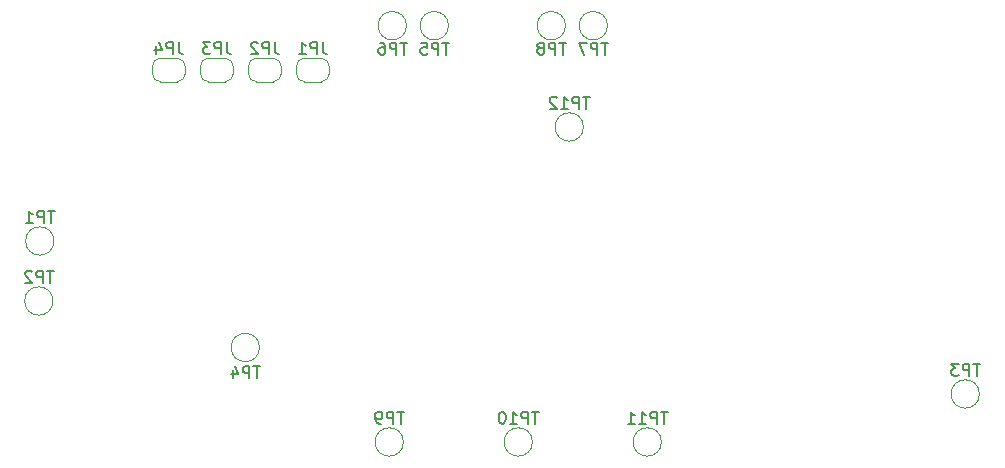
<source format=gbo>
G04 #@! TF.GenerationSoftware,KiCad,Pcbnew,6.0.10-86aedd382b~118~ubuntu18.04.1*
G04 #@! TF.CreationDate,2024-12-06T10:51:47-07:00*
G04 #@! TF.ProjectId,ckt-iiab,636b742d-6969-4616-922e-6b696361645f,rev?*
G04 #@! TF.SameCoordinates,Original*
G04 #@! TF.FileFunction,Legend,Bot*
G04 #@! TF.FilePolarity,Positive*
%FSLAX46Y46*%
G04 Gerber Fmt 4.6, Leading zero omitted, Abs format (unit mm)*
G04 Created by KiCad (PCBNEW 6.0.10-86aedd382b~118~ubuntu18.04.1) date 2024-12-06 10:51:47*
%MOMM*%
%LPD*%
G01*
G04 APERTURE LIST*
%ADD10C,0.150000*%
%ADD11C,0.120000*%
G04 APERTURE END LIST*
D10*
X134484904Y-83042380D02*
X133913476Y-83042380D01*
X134199190Y-84042380D02*
X134199190Y-83042380D01*
X133580142Y-84042380D02*
X133580142Y-83042380D01*
X133199190Y-83042380D01*
X133103952Y-83090000D01*
X133056333Y-83137619D01*
X133008714Y-83232857D01*
X133008714Y-83375714D01*
X133056333Y-83470952D01*
X133103952Y-83518571D01*
X133199190Y-83566190D01*
X133580142Y-83566190D01*
X132675380Y-83042380D02*
X132008714Y-83042380D01*
X132437285Y-84042380D01*
X139533095Y-114294380D02*
X138961666Y-114294380D01*
X139247380Y-115294380D02*
X139247380Y-114294380D01*
X138628333Y-115294380D02*
X138628333Y-114294380D01*
X138247380Y-114294380D01*
X138152142Y-114342000D01*
X138104523Y-114389619D01*
X138056904Y-114484857D01*
X138056904Y-114627714D01*
X138104523Y-114722952D01*
X138152142Y-114770571D01*
X138247380Y-114818190D01*
X138628333Y-114818190D01*
X137104523Y-115294380D02*
X137675952Y-115294380D01*
X137390238Y-115294380D02*
X137390238Y-114294380D01*
X137485476Y-114437238D01*
X137580714Y-114532476D01*
X137675952Y-114580095D01*
X136152142Y-115294380D02*
X136723571Y-115294380D01*
X136437857Y-115294380D02*
X136437857Y-114294380D01*
X136533095Y-114437238D01*
X136628333Y-114532476D01*
X136723571Y-114580095D01*
X128611095Y-114294380D02*
X128039666Y-114294380D01*
X128325380Y-115294380D02*
X128325380Y-114294380D01*
X127706333Y-115294380D02*
X127706333Y-114294380D01*
X127325380Y-114294380D01*
X127230142Y-114342000D01*
X127182523Y-114389619D01*
X127134904Y-114484857D01*
X127134904Y-114627714D01*
X127182523Y-114722952D01*
X127230142Y-114770571D01*
X127325380Y-114818190D01*
X127706333Y-114818190D01*
X126182523Y-115294380D02*
X126753952Y-115294380D01*
X126468238Y-115294380D02*
X126468238Y-114294380D01*
X126563476Y-114437238D01*
X126658714Y-114532476D01*
X126753952Y-114580095D01*
X125563476Y-114294380D02*
X125468238Y-114294380D01*
X125373000Y-114342000D01*
X125325380Y-114389619D01*
X125277761Y-114484857D01*
X125230142Y-114675333D01*
X125230142Y-114913428D01*
X125277761Y-115103904D01*
X125325380Y-115199142D01*
X125373000Y-115246761D01*
X125468238Y-115294380D01*
X125563476Y-115294380D01*
X125658714Y-115246761D01*
X125706333Y-115199142D01*
X125753952Y-115103904D01*
X125801571Y-114913428D01*
X125801571Y-114675333D01*
X125753952Y-114484857D01*
X125706333Y-114389619D01*
X125658714Y-114342000D01*
X125563476Y-114294380D01*
X165980904Y-110230380D02*
X165409476Y-110230380D01*
X165695190Y-111230380D02*
X165695190Y-110230380D01*
X165076142Y-111230380D02*
X165076142Y-110230380D01*
X164695190Y-110230380D01*
X164599952Y-110278000D01*
X164552333Y-110325619D01*
X164504714Y-110420857D01*
X164504714Y-110563714D01*
X164552333Y-110658952D01*
X164599952Y-110706571D01*
X164695190Y-110754190D01*
X165076142Y-110754190D01*
X164171380Y-110230380D02*
X163552333Y-110230380D01*
X163885666Y-110611333D01*
X163742809Y-110611333D01*
X163647571Y-110658952D01*
X163599952Y-110706571D01*
X163552333Y-110801809D01*
X163552333Y-111039904D01*
X163599952Y-111135142D01*
X163647571Y-111182761D01*
X163742809Y-111230380D01*
X164028523Y-111230380D01*
X164123761Y-111182761D01*
X164171380Y-111135142D01*
X106243333Y-82996380D02*
X106243333Y-83710666D01*
X106290952Y-83853523D01*
X106386190Y-83948761D01*
X106529047Y-83996380D01*
X106624285Y-83996380D01*
X105767142Y-83996380D02*
X105767142Y-82996380D01*
X105386190Y-82996380D01*
X105290952Y-83044000D01*
X105243333Y-83091619D01*
X105195714Y-83186857D01*
X105195714Y-83329714D01*
X105243333Y-83424952D01*
X105290952Y-83472571D01*
X105386190Y-83520190D01*
X105767142Y-83520190D01*
X104814761Y-83091619D02*
X104767142Y-83044000D01*
X104671904Y-82996380D01*
X104433809Y-82996380D01*
X104338571Y-83044000D01*
X104290952Y-83091619D01*
X104243333Y-83186857D01*
X104243333Y-83282095D01*
X104290952Y-83424952D01*
X104862380Y-83996380D01*
X104243333Y-83996380D01*
X105020904Y-110450380D02*
X104449476Y-110450380D01*
X104735190Y-111450380D02*
X104735190Y-110450380D01*
X104116142Y-111450380D02*
X104116142Y-110450380D01*
X103735190Y-110450380D01*
X103639952Y-110498000D01*
X103592333Y-110545619D01*
X103544714Y-110640857D01*
X103544714Y-110783714D01*
X103592333Y-110878952D01*
X103639952Y-110926571D01*
X103735190Y-110974190D01*
X104116142Y-110974190D01*
X102687571Y-110783714D02*
X102687571Y-111450380D01*
X102925666Y-110402761D02*
X103163761Y-111117047D01*
X102544714Y-111117047D01*
X110307333Y-82996380D02*
X110307333Y-83710666D01*
X110354952Y-83853523D01*
X110450190Y-83948761D01*
X110593047Y-83996380D01*
X110688285Y-83996380D01*
X109831142Y-83996380D02*
X109831142Y-82996380D01*
X109450190Y-82996380D01*
X109354952Y-83044000D01*
X109307333Y-83091619D01*
X109259714Y-83186857D01*
X109259714Y-83329714D01*
X109307333Y-83424952D01*
X109354952Y-83472571D01*
X109450190Y-83520190D01*
X109831142Y-83520190D01*
X108307333Y-83996380D02*
X108878761Y-83996380D01*
X108593047Y-83996380D02*
X108593047Y-82996380D01*
X108688285Y-83139238D01*
X108783523Y-83234476D01*
X108878761Y-83282095D01*
X130928904Y-83042380D02*
X130357476Y-83042380D01*
X130643190Y-84042380D02*
X130643190Y-83042380D01*
X130024142Y-84042380D02*
X130024142Y-83042380D01*
X129643190Y-83042380D01*
X129547952Y-83090000D01*
X129500333Y-83137619D01*
X129452714Y-83232857D01*
X129452714Y-83375714D01*
X129500333Y-83470952D01*
X129547952Y-83518571D01*
X129643190Y-83566190D01*
X130024142Y-83566190D01*
X128881285Y-83470952D02*
X128976523Y-83423333D01*
X129024142Y-83375714D01*
X129071761Y-83280476D01*
X129071761Y-83232857D01*
X129024142Y-83137619D01*
X128976523Y-83090000D01*
X128881285Y-83042380D01*
X128690809Y-83042380D01*
X128595571Y-83090000D01*
X128547952Y-83137619D01*
X128500333Y-83232857D01*
X128500333Y-83280476D01*
X128547952Y-83375714D01*
X128595571Y-83423333D01*
X128690809Y-83470952D01*
X128881285Y-83470952D01*
X128976523Y-83518571D01*
X129024142Y-83566190D01*
X129071761Y-83661428D01*
X129071761Y-83851904D01*
X129024142Y-83947142D01*
X128976523Y-83994761D01*
X128881285Y-84042380D01*
X128690809Y-84042380D01*
X128595571Y-83994761D01*
X128547952Y-83947142D01*
X128500333Y-83851904D01*
X128500333Y-83661428D01*
X128547952Y-83566190D01*
X128595571Y-83518571D01*
X128690809Y-83470952D01*
X132929095Y-87624380D02*
X132357666Y-87624380D01*
X132643380Y-88624380D02*
X132643380Y-87624380D01*
X132024333Y-88624380D02*
X132024333Y-87624380D01*
X131643380Y-87624380D01*
X131548142Y-87672000D01*
X131500523Y-87719619D01*
X131452904Y-87814857D01*
X131452904Y-87957714D01*
X131500523Y-88052952D01*
X131548142Y-88100571D01*
X131643380Y-88148190D01*
X132024333Y-88148190D01*
X130500523Y-88624380D02*
X131071952Y-88624380D01*
X130786238Y-88624380D02*
X130786238Y-87624380D01*
X130881476Y-87767238D01*
X130976714Y-87862476D01*
X131071952Y-87910095D01*
X130119571Y-87719619D02*
X130071952Y-87672000D01*
X129976714Y-87624380D01*
X129738619Y-87624380D01*
X129643380Y-87672000D01*
X129595761Y-87719619D01*
X129548142Y-87814857D01*
X129548142Y-87910095D01*
X129595761Y-88052952D01*
X130167190Y-88624380D01*
X129548142Y-88624380D01*
X121022904Y-83042380D02*
X120451476Y-83042380D01*
X120737190Y-84042380D02*
X120737190Y-83042380D01*
X120118142Y-84042380D02*
X120118142Y-83042380D01*
X119737190Y-83042380D01*
X119641952Y-83090000D01*
X119594333Y-83137619D01*
X119546714Y-83232857D01*
X119546714Y-83375714D01*
X119594333Y-83470952D01*
X119641952Y-83518571D01*
X119737190Y-83566190D01*
X120118142Y-83566190D01*
X118641952Y-83042380D02*
X119118142Y-83042380D01*
X119165761Y-83518571D01*
X119118142Y-83470952D01*
X119022904Y-83423333D01*
X118784809Y-83423333D01*
X118689571Y-83470952D01*
X118641952Y-83518571D01*
X118594333Y-83613809D01*
X118594333Y-83851904D01*
X118641952Y-83947142D01*
X118689571Y-83994761D01*
X118784809Y-84042380D01*
X119022904Y-84042380D01*
X119118142Y-83994761D01*
X119165761Y-83947142D01*
X102179333Y-82996380D02*
X102179333Y-83710666D01*
X102226952Y-83853523D01*
X102322190Y-83948761D01*
X102465047Y-83996380D01*
X102560285Y-83996380D01*
X101703142Y-83996380D02*
X101703142Y-82996380D01*
X101322190Y-82996380D01*
X101226952Y-83044000D01*
X101179333Y-83091619D01*
X101131714Y-83186857D01*
X101131714Y-83329714D01*
X101179333Y-83424952D01*
X101226952Y-83472571D01*
X101322190Y-83520190D01*
X101703142Y-83520190D01*
X100798380Y-82996380D02*
X100179333Y-82996380D01*
X100512666Y-83377333D01*
X100369809Y-83377333D01*
X100274571Y-83424952D01*
X100226952Y-83472571D01*
X100179333Y-83567809D01*
X100179333Y-83805904D01*
X100226952Y-83901142D01*
X100274571Y-83948761D01*
X100369809Y-83996380D01*
X100655523Y-83996380D01*
X100750761Y-83948761D01*
X100798380Y-83901142D01*
X87621904Y-97276380D02*
X87050476Y-97276380D01*
X87336190Y-98276380D02*
X87336190Y-97276380D01*
X86717142Y-98276380D02*
X86717142Y-97276380D01*
X86336190Y-97276380D01*
X86240952Y-97324000D01*
X86193333Y-97371619D01*
X86145714Y-97466857D01*
X86145714Y-97609714D01*
X86193333Y-97704952D01*
X86240952Y-97752571D01*
X86336190Y-97800190D01*
X86717142Y-97800190D01*
X85193333Y-98276380D02*
X85764761Y-98276380D01*
X85479047Y-98276380D02*
X85479047Y-97276380D01*
X85574285Y-97419238D01*
X85669523Y-97514476D01*
X85764761Y-97562095D01*
X87541904Y-102356380D02*
X86970476Y-102356380D01*
X87256190Y-103356380D02*
X87256190Y-102356380D01*
X86637142Y-103356380D02*
X86637142Y-102356380D01*
X86256190Y-102356380D01*
X86160952Y-102404000D01*
X86113333Y-102451619D01*
X86065714Y-102546857D01*
X86065714Y-102689714D01*
X86113333Y-102784952D01*
X86160952Y-102832571D01*
X86256190Y-102880190D01*
X86637142Y-102880190D01*
X85684761Y-102451619D02*
X85637142Y-102404000D01*
X85541904Y-102356380D01*
X85303809Y-102356380D01*
X85208571Y-102404000D01*
X85160952Y-102451619D01*
X85113333Y-102546857D01*
X85113333Y-102642095D01*
X85160952Y-102784952D01*
X85732380Y-103356380D01*
X85113333Y-103356380D01*
X117466904Y-83042380D02*
X116895476Y-83042380D01*
X117181190Y-84042380D02*
X117181190Y-83042380D01*
X116562142Y-84042380D02*
X116562142Y-83042380D01*
X116181190Y-83042380D01*
X116085952Y-83090000D01*
X116038333Y-83137619D01*
X115990714Y-83232857D01*
X115990714Y-83375714D01*
X116038333Y-83470952D01*
X116085952Y-83518571D01*
X116181190Y-83566190D01*
X116562142Y-83566190D01*
X115133571Y-83042380D02*
X115324047Y-83042380D01*
X115419285Y-83090000D01*
X115466904Y-83137619D01*
X115562142Y-83280476D01*
X115609761Y-83470952D01*
X115609761Y-83851904D01*
X115562142Y-83947142D01*
X115514523Y-83994761D01*
X115419285Y-84042380D01*
X115228809Y-84042380D01*
X115133571Y-83994761D01*
X115085952Y-83947142D01*
X115038333Y-83851904D01*
X115038333Y-83613809D01*
X115085952Y-83518571D01*
X115133571Y-83470952D01*
X115228809Y-83423333D01*
X115419285Y-83423333D01*
X115514523Y-83470952D01*
X115562142Y-83518571D01*
X115609761Y-83613809D01*
X117212904Y-114294380D02*
X116641476Y-114294380D01*
X116927190Y-115294380D02*
X116927190Y-114294380D01*
X116308142Y-115294380D02*
X116308142Y-114294380D01*
X115927190Y-114294380D01*
X115831952Y-114342000D01*
X115784333Y-114389619D01*
X115736714Y-114484857D01*
X115736714Y-114627714D01*
X115784333Y-114722952D01*
X115831952Y-114770571D01*
X115927190Y-114818190D01*
X116308142Y-114818190D01*
X115260523Y-115294380D02*
X115070047Y-115294380D01*
X114974809Y-115246761D01*
X114927190Y-115199142D01*
X114831952Y-115056285D01*
X114784333Y-114865809D01*
X114784333Y-114484857D01*
X114831952Y-114389619D01*
X114879571Y-114342000D01*
X114974809Y-114294380D01*
X115165285Y-114294380D01*
X115260523Y-114342000D01*
X115308142Y-114389619D01*
X115355761Y-114484857D01*
X115355761Y-114722952D01*
X115308142Y-114818190D01*
X115260523Y-114865809D01*
X115165285Y-114913428D01*
X114974809Y-114913428D01*
X114879571Y-114865809D01*
X114831952Y-114818190D01*
X114784333Y-114722952D01*
X98115333Y-82996380D02*
X98115333Y-83710666D01*
X98162952Y-83853523D01*
X98258190Y-83948761D01*
X98401047Y-83996380D01*
X98496285Y-83996380D01*
X97639142Y-83996380D02*
X97639142Y-82996380D01*
X97258190Y-82996380D01*
X97162952Y-83044000D01*
X97115333Y-83091619D01*
X97067714Y-83186857D01*
X97067714Y-83329714D01*
X97115333Y-83424952D01*
X97162952Y-83472571D01*
X97258190Y-83520190D01*
X97639142Y-83520190D01*
X96210571Y-83329714D02*
X96210571Y-83996380D01*
X96448666Y-82948761D02*
X96686761Y-83663047D01*
X96067714Y-83663047D01*
D11*
X134423000Y-81592000D02*
G75*
G03*
X134423000Y-81592000I-1200000J0D01*
G01*
X138995000Y-116840000D02*
G75*
G03*
X138995000Y-116840000I-1200000J0D01*
G01*
X128073000Y-116840000D02*
G75*
G03*
X128073000Y-116840000I-1200000J0D01*
G01*
X165919000Y-112776000D02*
G75*
G03*
X165919000Y-112776000I-1200000J0D01*
G01*
X106110000Y-84344000D02*
X104710000Y-84344000D01*
X104010000Y-85044000D02*
X104010000Y-85644000D01*
X106810000Y-85644000D02*
X106810000Y-85044000D01*
X104710000Y-86344000D02*
X106110000Y-86344000D01*
X106110000Y-86344000D02*
G75*
G03*
X106810000Y-85644000I1J699999D01*
G01*
X106810000Y-85044000D02*
G75*
G03*
X106110000Y-84344000I-699999J1D01*
G01*
X104710000Y-84344000D02*
G75*
G03*
X104010000Y-85044000I0J-700000D01*
G01*
X104010000Y-85644000D02*
G75*
G03*
X104710000Y-86344000I700000J0D01*
G01*
X104959000Y-108839000D02*
G75*
G03*
X104959000Y-108839000I-1200000J0D01*
G01*
X110174000Y-84344000D02*
X108774000Y-84344000D01*
X108774000Y-86344000D02*
X110174000Y-86344000D01*
X108074000Y-85044000D02*
X108074000Y-85644000D01*
X110874000Y-85644000D02*
X110874000Y-85044000D01*
X110174000Y-86344000D02*
G75*
G03*
X110874000Y-85644000I1J699999D01*
G01*
X110874000Y-85044000D02*
G75*
G03*
X110174000Y-84344000I-699999J1D01*
G01*
X108774000Y-84344000D02*
G75*
G03*
X108074000Y-85044000I0J-700000D01*
G01*
X108074000Y-85644000D02*
G75*
G03*
X108774000Y-86344000I700000J0D01*
G01*
X130867000Y-81592000D02*
G75*
G03*
X130867000Y-81592000I-1200000J0D01*
G01*
X132391000Y-90170000D02*
G75*
G03*
X132391000Y-90170000I-1200000J0D01*
G01*
X120961000Y-81592000D02*
G75*
G03*
X120961000Y-81592000I-1200000J0D01*
G01*
X99946000Y-85044000D02*
X99946000Y-85644000D01*
X102746000Y-85644000D02*
X102746000Y-85044000D01*
X100646000Y-86344000D02*
X102046000Y-86344000D01*
X102046000Y-84344000D02*
X100646000Y-84344000D01*
X102746000Y-85044000D02*
G75*
G03*
X102046000Y-84344000I-699999J1D01*
G01*
X99946000Y-85644000D02*
G75*
G03*
X100646000Y-86344000I700000J0D01*
G01*
X100646000Y-84344000D02*
G75*
G03*
X99946000Y-85044000I0J-700000D01*
G01*
X102046000Y-86344000D02*
G75*
G03*
X102746000Y-85644000I1J699999D01*
G01*
X87560000Y-99822000D02*
G75*
G03*
X87560000Y-99822000I-1200000J0D01*
G01*
X87480000Y-104902000D02*
G75*
G03*
X87480000Y-104902000I-1200000J0D01*
G01*
X117405000Y-81592000D02*
G75*
G03*
X117405000Y-81592000I-1200000J0D01*
G01*
X117151000Y-116840000D02*
G75*
G03*
X117151000Y-116840000I-1200000J0D01*
G01*
X96582000Y-86344000D02*
X97982000Y-86344000D01*
X98682000Y-85644000D02*
X98682000Y-85044000D01*
X95882000Y-85044000D02*
X95882000Y-85644000D01*
X97982000Y-84344000D02*
X96582000Y-84344000D01*
X95882000Y-85644000D02*
G75*
G03*
X96582000Y-86344000I700000J0D01*
G01*
X96582000Y-84344000D02*
G75*
G03*
X95882000Y-85044000I0J-700000D01*
G01*
X97982000Y-86344000D02*
G75*
G03*
X98682000Y-85644000I1J699999D01*
G01*
X98682000Y-85044000D02*
G75*
G03*
X97982000Y-84344000I-699999J1D01*
G01*
M02*

</source>
